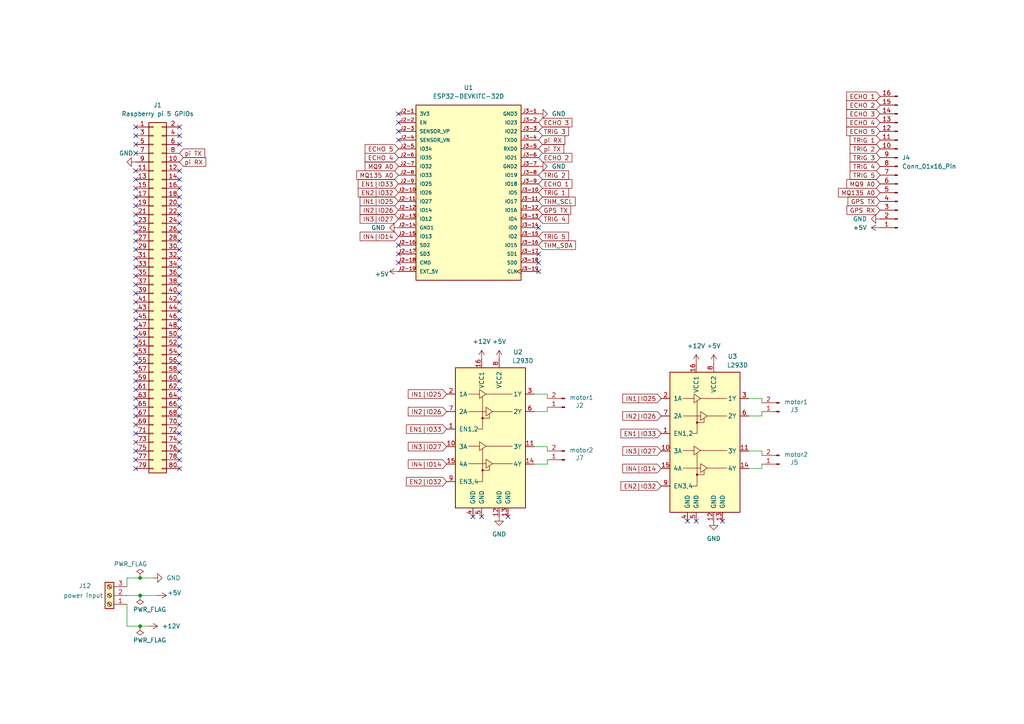
<source format=kicad_sch>
(kicad_sch (version 20250114) (generator "eeschema") (generator_version "9.0")
  (paper "A4")
  (lib_symbols
    (symbol "Connector:Conn_01x02_Pin" (pin_names (offset 1.016) (hide yes))
      (property "Reference" "J" (at 0 2.54 0))
      (property "Value" "Conn_01x02_Pin" (at 0 -5.08 0))
      (symbol "Conn_01x02_Pin_1_1"
        (rectangle (start 0.8636 0.127) (end 0 -0.127) (stroke (width 0.1524)) (fill (type outline)))
        (rectangle (start 0.8636 -2.413) (end 0 -2.667) (stroke (width 0.1524)) (fill (type outline)))
        (polyline (pts (xy 1.27 0) (xy 0.8636 0)) (stroke (width 0.1524)))
        (polyline (pts (xy 1.27 -2.54) (xy 0.8636 -2.54)) (stroke (width 0.1524)))
        (pin passive line (at 5.08 0 180) (length 3.81) (name "Pin_1") (number "1"))
        (pin passive line (at 5.08 -2.54 180) (length 3.81) (name "Pin_2") (number "2"))
      )
    )
    (symbol "Connector:Conn_01x16_Pin" (pin_names (offset 1.016) (hide yes))
      (property "Reference" "J" (at 0 20.32 0))
      (property "Value" "Conn_01x16_Pin" (at 0 -22.86 0))
      (symbol "Conn_01x16_Pin_1_1"
        (rectangle (start 0.8636 17.907) (end 0 17.653) (stroke (width 0.1524)) (fill (type outline)))
        (rectangle (start 0.8636 15.367) (end 0 15.113) (stroke (width 0.1524)) (fill (type outline)))
        (rectangle (start 0.8636 12.827) (end 0 12.573) (stroke (width 0.1524)) (fill (type outline)))
        (rectangle (start 0.8636 10.287) (end 0 10.033) (stroke (width 0.1524)) (fill (type outline)))
        (rectangle (start 0.8636 7.747) (end 0 7.493) (stroke (width 0.1524)) (fill (type outline)))
        (rectangle (start 0.8636 5.207) (end 0 4.953) (stroke (width 0.1524)) (fill (type outline)))
        (rectangle (start 0.8636 2.667) (end 0 2.413) (stroke (width 0.1524)) (fill (type outline)))
        (rectangle (start 0.8636 0.127) (end 0 -0.127) (stroke (width 0.1524)) (fill (type outline)))
        (rectangle (start 0.8636 -2.413) (end 0 -2.667) (stroke (width 0.1524)) (fill (type outline)))
        (rectangle (start 0.8636 -4.953) (end 0 -5.207) (stroke (width 0.1524)) (fill (type outline)))
        (rectangle (start 0.8636 -7.493) (end 0 -7.747) (stroke (width 0.1524)) (fill (type outline)))
        (rectangle (start 0.8636 -10.033) (end 0 -10.287) (stroke (width 0.1524)) (fill (type outline)))
        (rectangle (start 0.8636 -12.573) (end 0 -12.827) (stroke (width 0.1524)) (fill (type outline)))
        (rectangle (start 0.8636 -15.113) (end 0 -15.367) (stroke (width 0.1524)) (fill (type outline)))
        (rectangle (start 0.8636 -17.653) (end 0 -17.907) (stroke (width 0.1524)) (fill (type outline)))
        (rectangle (start 0.8636 -20.193) (end 0 -20.447) (stroke (width 0.1524)) (fill (type outline)))
        (polyline (pts (xy 1.27 17.78) (xy 0.8636 17.78)) (stroke (width 0.1524)))
        (polyline (pts (xy 1.27 15.24) (xy 0.8636 15.24)) (stroke (width 0.1524)))
        (polyline (pts (xy 1.27 12.7) (xy 0.8636 12.7)) (stroke (width 0.1524)))
        (polyline (pts (xy 1.27 10.16) (xy 0.8636 10.16)) (stroke (width 0.1524)))
        (polyline (pts (xy 1.27 7.62) (xy 0.8636 7.62)) (stroke (width 0.1524)))
        (polyline (pts (xy 1.27 5.08) (xy 0.8636 5.08)) (stroke (width 0.1524)))
        (polyline (pts (xy 1.27 2.54) (xy 0.8636 2.54)) (stroke (width 0.1524)))
        (polyline (pts (xy 1.27 0) (xy 0.8636 0)) (stroke (width 0.1524)))
        (polyline (pts (xy 1.27 -2.54) (xy 0.8636 -2.54)) (stroke (width 0.1524)))
        (polyline (pts (xy 1.27 -5.08) (xy 0.8636 -5.08)) (stroke (width 0.1524)))
        (polyline (pts (xy 1.27 -7.62) (xy 0.8636 -7.62)) (stroke (width 0.1524)))
        (polyline (pts (xy 1.27 -10.16) (xy 0.8636 -10.16)) (stroke (width 0.1524)))
        (polyline (pts (xy 1.27 -12.7) (xy 0.8636 -12.7)) (stroke (width 0.1524)))
        (polyline (pts (xy 1.27 -15.24) (xy 0.8636 -15.24)) (stroke (width 0.1524)))
        (polyline (pts (xy 1.27 -17.78) (xy 0.8636 -17.78)) (stroke (width 0.1524)))
        (polyline (pts (xy 1.27 -20.32) (xy 0.8636 -20.32)) (stroke (width 0.1524)))
        (pin passive line (at 5.08 17.78 180) (length 3.81) (name "Pin_1") (number "1"))
        (pin passive line (at 5.08 15.24 180) (length 3.81) (name "Pin_2") (number "2"))
        (pin passive line (at 5.08 12.7 180) (length 3.81) (name "Pin_3") (number "3"))
        (pin passive line (at 5.08 10.16 180) (length 3.81) (name "Pin_4") (number "4"))
        (pin passive line (at 5.08 7.62 180) (length 3.81) (name "Pin_5") (number "5"))
        (pin passive line (at 5.08 5.08 180) (length 3.81) (name "Pin_6") (number "6"))
        (pin passive line (at 5.08 2.54 180) (length 3.81) (name "Pin_7") (number "7"))
        (pin passive line (at 5.08 0 180) (length 3.81) (name "Pin_8") (number "8"))
        (pin passive line (at 5.08 -2.54 180) (length 3.81) (name "Pin_9") (number "9"))
        (pin passive line (at 5.08 -5.08 180) (length 3.81) (name "Pin_10") (number "10"))
        (pin passive line (at 5.08 -7.62 180) (length 3.81) (name "Pin_11") (number "11"))
        (pin passive line (at 5.08 -10.16 180) (length 3.81) (name "Pin_12") (number "12"))
        (pin passive line (at 5.08 -12.7 180) (length 3.81) (name "Pin_13") (number "13"))
        (pin passive line (at 5.08 -15.24 180) (length 3.81) (name "Pin_14") (number "14"))
        (pin passive line (at 5.08 -17.78 180) (length 3.81) (name "Pin_15") (number "15"))
        (pin passive line (at 5.08 -20.32 180) (length 3.81) (name "Pin_16") (number "16"))
      )
    )
    (symbol "Connector:Screw_Terminal_01x03" (pin_names (offset 1.016) (hide yes))
      (property "Reference" "J" (at 0 5.08 0))
      (property "Value" "Screw_Terminal_01x03" (at 0 -5.08 0))
      (symbol "Screw_Terminal_01x03_1_1"
        (rectangle (start -1.27 3.81) (end 1.27 -3.81) (stroke (width 0.254)) (fill (type background)))
        (polyline (pts (xy -0.5334 2.8702) (xy 0.3302 2.032)) (stroke (width 0.1524)))
        (polyline (pts (xy -0.5334 0.3302) (xy 0.3302 -0.508)) (stroke (width 0.1524)))
        (polyline (pts (xy -0.5334 -2.2098) (xy 0.3302 -3.048)) (stroke (width 0.1524)))
        (polyline (pts (xy -0.3556 3.048) (xy 0.508 2.2098)) (stroke (width 0.1524)))
        (polyline (pts (xy -0.3556 0.508) (xy 0.508 -0.3302)) (stroke (width 0.1524)))
        (polyline (pts (xy -0.3556 -2.032) (xy 0.508 -2.8702)) (stroke (width 0.1524)))
        (circle (center 0 2.54) (radius 0.635) (stroke (width 0.1524)))
        (circle (center 0 0) (radius 0.635) (stroke (width 0.1524)))
        (circle (center 0 -2.54) (radius 0.635) (stroke (width 0.1524)))
        (pin passive line (at -5.08 2.54 0) (length 3.81) (name "Pin_1") (number "1"))
        (pin passive line (at -5.08 0 0) (length 3.81) (name "Pin_2") (number "2"))
        (pin passive line (at -5.08 -2.54 0) (length 3.81) (name "Pin_3") (number "3"))
      )
    )
    (symbol "Connector_Generic:Conn_02x40_Odd_Even" (pin_names (offset 1.016) (hide yes))
      (property "Reference" "J" (at 1.27 50.8 0))
      (property "Value" "Conn_02x40_Odd_Even" (at 1.27 -53.34 0))
      (symbol "Conn_02x40_Odd_Even_1_1"
        (rectangle (start -1.27 49.53) (end 3.81 -52.07) (stroke (width 0.254)) (fill (type background)))
        (rectangle (start -1.27 48.387) (end 0 48.133) (stroke (width 0.1524)))
        (rectangle (start -1.27 45.847) (end 0 45.593) (stroke (width 0.1524)))
        (rectangle (start -1.27 43.307) (end 0 43.053) (stroke (width 0.1524)))
        (rectangle (start -1.27 40.767) (end 0 40.513) (stroke (width 0.1524)))
        (rectangle (start -1.27 38.227) (end 0 37.973) (stroke (width 0.1524)))
        (rectangle (start -1.27 35.687) (end 0 35.433) (stroke (width 0.1524)))
        (rectangle (start -1.27 33.147) (end 0 32.893) (stroke (width 0.1524)))
        (rectangle (start -1.27 30.607) (end 0 30.353) (stroke (width 0.1524)))
        (rectangle (start -1.27 28.067) (end 0 27.813) (stroke (width 0.1524)))
        (rectangle (start -1.27 25.527) (end 0 25.273) (stroke (width 0.1524)))
        (rectangle (start -1.27 22.987) (end 0 22.733) (stroke (width 0.1524)))
        (rectangle (start -1.27 20.447) (end 0 20.193) (stroke (width 0.1524)))
        (rectangle (start -1.27 17.907) (end 0 17.653) (stroke (width 0.1524)))
        (rectangle (start -1.27 15.367) (end 0 15.113) (stroke (width 0.1524)))
        (rectangle (start -1.27 12.827) (end 0 12.573) (stroke (width 0.1524)))
        (rectangle (start -1.27 10.287) (end 0 10.033) (stroke (width 0.1524)))
        (rectangle (start -1.27 7.747) (end 0 7.493) (stroke (width 0.1524)))
        (rectangle (start -1.27 5.207) (end 0 4.953) (stroke (width 0.1524)))
        (rectangle (start -1.27 2.667) (end 0 2.413) (stroke (width 0.1524)))
        (rectangle (start -1.27 0.127) (end 0 -0.127) (stroke (width 0.1524)))
        (rectangle (start -1.27 -2.413) (end 0 -2.667) (stroke (width 0.1524)))
        (rectangle (start -1.27 -4.953) (end 0 -5.207) (stroke (width 0.1524)))
        (rectangle (start -1.27 -7.493) (end 0 -7.747) (stroke (width 0.1524)))
        (rectangle (start -1.27 -10.033) (end 0 -10.287) (stroke (width 0.1524)))
        (rectangle (start -1.27 -12.573) (end 0 -12.827) (stroke (width 0.1524)))
        (rectangle (start -1.27 -15.113) (end 0 -15.367) (stroke (width 0.1524)))
        (rectangle (start -1.27 -17.653) (end 0 -17.907) (stroke (width 0.1524)))
        (rectangle (start -1.27 -20.193) (end 0 -20.447) (stroke (width 0.1524)))
        (rectangle (start -1.27 -22.733) (end 0 -22.987) (stroke (width 0.1524)))
        (rectangle (start -1.27 -25.273) (end 0 -25.527) (stroke (width 0.1524)))
        (rectangle (start -1.27 -27.813) (end 0 -28.067) (stroke (width 0.1524)))
        (rectangle (start -1.27 -30.353) (end 0 -30.607) (stroke (width 0.1524)))
        (rectangle (start -1.27 -32.893) (end 0 -33.147) (stroke (width 0.1524)))
        (rectangle (start -1.27 -35.433) (end 0 -35.687) (stroke (width 0.1524)))
        (rectangle (start -1.27 -37.973) (end 0 -38.227) (stroke (width 0.1524)))
        (rectangle (start -1.27 -40.513) (end 0 -40.767) (stroke (width 0.1524)))
        (rectangle (start -1.27 -43.053) (end 0 -43.307) (stroke (width 0.1524)))
        (rectangle (start -1.27 -45.593) (end 0 -45.847) (stroke (width 0.1524)))
        (rectangle (start -1.27 -48.133) (end 0 -48.387) (stroke (width 0.1524)))
        (rectangle (start -1.27 -50.673) (end 0 -50.927) (stroke (width 0.1524)))
        (rectangle (start 3.81 48.387) (end 2.54 48.133) (stroke (width 0.1524)))
        (rectangle (start 3.81 45.847) (end 2.54 45.593) (stroke (width 0.1524)))
        (rectangle (start 3.81 43.307) (end 2.54 43.053) (stroke (width 0.1524)))
        (rectangle (start 3.81 40.767) (end 2.54 40.513) (stroke (width 0.1524)))
        (rectangle (start 3.81 38.227) (end 2.54 37.973) (stroke (width 0.1524)))
        (rectangle (start 3.81 35.687) (end 2.54 35.433) (stroke (width 0.1524)))
        (rectangle (start 3.81 33.147) (end 2.54 32.893) (stroke (width 0.1524)))
        (rectangle (start 3.81 30.607) (end 2.54 30.353) (stroke (width 0.1524)))
        (rectangle (start 3.81 28.067) (end 2.54 27.813) (stroke (width 0.1524)))
        (rectangle (start 3.81 25.527) (end 2.54 25.273) (stroke (width 0.1524)))
        (rectangle (start 3.81 22.987) (end 2.54 22.733) (stroke (width 0.1524)))
        (rectangle (start 3.81 20.447) (end 2.54 20.193) (stroke (width 0.1524)))
        (rectangle (start 3.81 17.907) (end 2.54 17.653) (stroke (width 0.1524)))
        (rectangle (start 3.81 15.367) (end 2.54 15.113) (stroke (width 0.1524)))
        (rectangle (start 3.81 12.827) (end 2.54 12.573) (stroke (width 0.1524)))
        (rectangle (start 3.81 10.287) (end 2.54 10.033) (stroke (width 0.1524)))
        (rectangle (start 3.81 7.747) (end 2.54 7.493) (stroke (width 0.1524)))
        (rectangle (start 3.81 5.207) (end 2.54 4.953) (stroke (width 0.1524)))
        (rectangle (start 3.81 2.667) (end 2.54 2.413) (stroke (width 0.1524)))
        (rectangle (start 3.81 0.127) (end 2.54 -0.127) (stroke (width 0.1524)))
        (rectangle (start 3.81 -2.413) (end 2.54 -2.667) (stroke (width 0.1524)))
        (rectangle (start 3.81 -4.953) (end 2.54 -5.207) (stroke (width 0.1524)))
        (rectangle (start 3.81 -7.493) (end 2.54 -7.747) (stroke (width 0.1524)))
        (rectangle (start 3.81 -10.033) (end 2.54 -10.287) (stroke (width 0.1524)))
        (rectangle (start 3.81 -12.573) (end 2.54 -12.827) (stroke (width 0.1524)))
        (rectangle (start 3.81 -15.113) (end 2.54 -15.367) (stroke (width 0.1524)))
        (rectangle (start 3.81 -17.653) (end 2.54 -17.907) (stroke (width 0.1524)))
        (rectangle (start 3.81 -20.193) (end 2.54 -20.447) (stroke (width 0.1524)))
        (rectangle (start 3.81 -22.733) (end 2.54 -22.987) (stroke (width 0.1524)))
        (rectangle (start 3.81 -25.273) (end 2.54 -25.527) (stroke (width 0.1524)))
        (rectangle (start 3.81 -27.813) (end 2.54 -28.067) (stroke (width 0.1524)))
        (rectangle (start 3.81 -30.353) (end 2.54 -30.607) (stroke (width 0.1524)))
        (rectangle (start 3.81 -32.893) (end 2.54 -33.147) (stroke (width 0.1524)))
        (rectangle (start 3.81 -35.433) (end 2.54 -35.687) (stroke (width 0.1524)))
        (rectangle (start 3.81 -37.973) (end 2.54 -38.227) (stroke (width 0.1524)))
        (rectangle (start 3.81 -40.513) (end 2.54 -40.767) (stroke (width 0.1524)))
        (rectangle (start 3.81 -43.053) (end 2.54 -43.307) (stroke (width 0.1524)))
        (rectangle (start 3.81 -45.593) (end 2.54 -45.847) (stroke (width 0.1524)))
        (rectangle (start 3.81 -48.133) (end 2.54 -48.387) (stroke (width 0.1524)))
        (rectangle (start 3.81 -50.673) (end 2.54 -50.927) (stroke (width 0.1524)))
        (pin passive line (at -5.08 48.26 0) (length 3.81) (name "Pin_1") (number "1"))
        (pin passive line (at -5.08 45.72 0) (length 3.81) (name "Pin_3") (number "3"))
        (pin passive line (at -5.08 43.18 0) (length 3.81) (name "Pin_5") (number "5"))
        (pin passive line (at -5.08 40.64 0) (length 3.81) (name "Pin_7") (number "7"))
        (pin passive line (at -5.08 38.1 0) (length 3.81) (name "Pin_9") (number "9"))
        (pin passive line (at -5.08 35.56 0) (length 3.81) (name "Pin_11") (number "11"))
        (pin passive line (at -5.08 33.02 0) (length 3.81) (name "Pin_13") (number "13"))
        (pin passive line (at -5.08 30.48 0) (length 3.81) (name "Pin_15") (number "15"))
        (pin passive line (at -5.08 27.94 0) (length 3.81) (name "Pin_17") (number "17"))
        (pin passive line (at -5.08 25.4 0) (length 3.81) (name "Pin_19") (number "19"))
        (pin passive line (at -5.08 22.86 0) (length 3.81) (name "Pin_21") (number "21"))
        (pin passive line (at -5.08 20.32 0) (length 3.81) (name "Pin_23") (number "23"))
        (pin passive line (at -5.08 17.78 0) (length 3.81) (name "Pin_25") (number "25"))
        (pin passive line (at -5.08 15.24 0) (length 3.81) (name "Pin_27") (number "27"))
        (pin passive line (at -5.08 12.7 0) (length 3.81) (name "Pin_29") (number "29"))
        (pin passive line (at -5.08 10.16 0) (length 3.81) (name "Pin_31") (number "31"))
        (pin passive line (at -5.08 7.62 0) (length 3.81) (name "Pin_33") (number "33"))
        (pin passive line (at -5.08 5.08 0) (length 3.81) (name "Pin_35") (number "35"))
        (pin passive line (at -5.08 2.54 0) (length 3.81) (name "Pin_37") (number "37"))
        (pin passive line (at -5.08 0 0) (length 3.81) (name "Pin_39") (number "39"))
        (pin passive line (at -5.08 -2.54 0) (length 3.81) (name "Pin_41") (number "41"))
        (pin passive line (at -5.08 -5.08 0) (length 3.81) (name "Pin_43") (number "43"))
        (pin passive line (at -5.08 -7.62 0) (length 3.81) (name "Pin_45") (number "45"))
        (pin passive line (at -5.08 -10.16 0) (length 3.81) (name "Pin_47") (number "47"))
        (pin passive line (at -5.08 -12.7 0) (length 3.81) (name "Pin_49") (number "49"))
        (pin passive line (at -5.08 -15.24 0) (length 3.81) (name "Pin_51") (number "51"))
        (pin passive line (at -5.08 -17.78 0) (length 3.81) (name "Pin_53") (number "53"))
        (pin passive line (at -5.08 -20.32 0) (length 3.81) (name "Pin_55") (number "55"))
        (pin passive line (at -5.08 -22.86 0) (length 3.81) (name "Pin_57") (number "57"))
        (pin passive line (at -5.08 -25.4 0) (length 3.81) (name "Pin_59") (number "59"))
        (pin passive line (at -5.08 -27.94 0) (length 3.81) (name "Pin_61") (number "61"))
        (pin passive line (at -5.08 -30.48 0) (length 3.81) (name "Pin_63") (number "63"))
        (pin passive line (at -5.08 -33.02 0) (length 3.81) (name "Pin_65") (number "65"))
        (pin passive line (at -5.08 -35.56 0) (length 3.81) (name "Pin_67") (number "67"))
        (pin passive line (at -5.08 -38.1 0) (length 3.81) (name "Pin_69") (number "69"))
        (pin passive line (at -5.08 -40.64 0) (length 3.81) (name "Pin_71") (number "71"))
        (pin passive line (at -5.08 -43.18 0) (length 3.81) (name "Pin_73") (number "73"))
        (pin passive line (at -5.08 -45.72 0) (length 3.81) (name "Pin_75") (number "75"))
        (pin passive line (at -5.08 -48.26 0) (length 3.81) (name "Pin_77") (number "77"))
        (pin passive line (at -5.08 -50.8 0) (length 3.81) (name "Pin_79") (number "79"))
        (pin passive line (at 7.62 48.26 180) (length 3.81) (name "Pin_2") (number "2"))
        (pin passive line (at 7.62 45.72 180) (length 3.81) (name "Pin_4") (number "4"))
        (pin passive line (at 7.62 43.18 180) (length 3.81) (name "Pin_6") (number "6"))
        (pin passive line (at 7.62 40.64 180) (length 3.81) (name "Pin_8") (number "8"))
        (pin passive line (at 7.62 38.1 180) (length 3.81) (name "Pin_10") (number "10"))
        (pin passive line (at 7.62 35.56 180) (length 3.81) (name "Pin_12") (number "12"))
        (pin passive line (at 7.62 33.02 180) (length 3.81) (name "Pin_14") (number "14"))
        (pin passive line (at 7.62 30.48 180) (length 3.81) (name "Pin_16") (number "16"))
        (pin passive line (at 7.62 27.94 180) (length 3.81) (name "Pin_18") (number "18"))
        (pin passive line (at 7.62 25.4 180) (length 3.81) (name "Pin_20") (number "20"))
        (pin passive line (at 7.62 22.86 180) (length 3.81) (name "Pin_22") (number "22"))
        (pin passive line (at 7.62 20.32 180) (length 3.81) (name "Pin_24") (number "24"))
        (pin passive line (at 7.62 17.78 180) (length 3.81) (name "Pin_26") (number "26"))
        (pin passive line (at 7.62 15.24 180) (length 3.81) (name "Pin_28") (number "28"))
        (pin passive line (at 7.62 12.7 180) (length 3.81) (name "Pin_30") (number "30"))
        (pin passive line (at 7.62 10.16 180) (length 3.81) (name "Pin_32") (number "32"))
        (pin passive line (at 7.62 7.62 180) (length 3.81) (name "Pin_34") (number "34"))
        (pin passive line (at 7.62 5.08 180) (length 3.81) (name "Pin_36") (number "36"))
        (pin passive line (at 7.62 2.54 180) (length 3.81) (name "Pin_38") (number "38"))
        (pin passive line (at 7.62 0 180) (length 3.81) (name "Pin_40") (number "40"))
        (pin passive line (at 7.62 -2.54 180) (length 3.81) (name "Pin_42") (number "42"))
        (pin passive line (at 7.62 -5.08 180) (length 3.81) (name "Pin_44") (number "44"))
        (pin passive line (at 7.62 -7.62 180) (length 3.81) (name "Pin_46") (number "46"))
        (pin passive line (at 7.62 -10.16 180) (length 3.81) (name "Pin_48") (number "48"))
        (pin passive line (at 7.62 -12.7 180) (length 3.81) (name "Pin_50") (number "50"))
        (pin passive line (at 7.62 -15.24 180) (length 3.81) (name "Pin_52") (number "52"))
        (pin passive line (at 7.62 -17.78 180) (length 3.81) (name "Pin_54") (number "54"))
        (pin passive line (at 7.62 -20.32 180) (length 3.81) (name "Pin_56") (number "56"))
        (pin passive line (at 7.62 -22.86 180) (length 3.81) (name "Pin_58") (number "58"))
        (pin passive line (at 7.62 -25.4 180) (length 3.81) (name "Pin_60") (number "60"))
        (pin passive line (at 7.62 -27.94 180) (length 3.81) (name "Pin_62") (number "62"))
        (pin passive line (at 7.62 -30.48 180) (length 3.81) (name "Pin_64") (number "64"))
        (pin passive line (at 7.62 -33.02 180) (length 3.81) (name "Pin_66") (number "66"))
        (pin passive line (at 7.62 -35.56 180) (length 3.81) (name "Pin_68") (number "68"))
        (pin passive line (at 7.62 -38.1 180) (length 3.81) (name "Pin_70") (number "70"))
        (pin passive line (at 7.62 -40.64 180) (length 3.81) (name "Pin_72") (number "72"))
        (pin passive line (at 7.62 -43.18 180) (length 3.81) (name "Pin_74") (number "74"))
        (pin passive line (at 7.62 -45.72 180) (length 3.81) (name "Pin_76") (number "76"))
        (pin passive line (at 7.62 -48.26 180) (length 3.81) (name "Pin_78") (number "78"))
        (pin passive line (at 7.62 -50.8 180) (length 3.81) (name "Pin_80") (number "80"))
      )
    )
    (symbol "Driver_Motor:L293D" (pin_names (offset 1.016))
      (property "Reference" "U" (at -5.08 26.035 0))
      (property "Value" "L293D" (at -5.08 24.13 0))
      (symbol "L293D_0_1"
        (rectangle (start -10.16 22.86) (end 10.16 -17.78) (stroke (width 0.254)) (fill (type background)))
        (polyline (pts (xy -6.35 15.24) (xy -3.175 15.24)))
        (polyline (pts (xy -6.35 10.16) (xy -1.27 10.16)))
        (polyline (pts (xy -6.35 0.127) (xy -3.175 0.127)))
        (polyline (pts (xy -6.35 -4.953) (xy -1.27 -4.953)))
        (polyline (pts (xy -3.175 16.51) (xy -3.175 13.97) (xy -1.27 15.24) (xy -3.175 16.51)))
        (polyline (pts (xy -3.175 1.397) (xy -3.175 -1.143) (xy -1.27 0.127) (xy -3.175 1.397)))
        (polyline (pts (xy -2.286 14.478) (xy -2.286 5.08) (xy -3.556 5.08)))
        (circle (center -2.286 8.255) (radius 0.254) (fill (type outline)))
        (polyline (pts (xy -2.286 8.255) (xy -0.254 8.255) (xy -0.254 9.525)))
        (polyline (pts (xy -2.286 -0.635) (xy -2.286 -10.16) (xy -3.556 -10.16)))
        (circle (center -2.286 -6.858) (radius 0.254) (fill (type outline)))
        (polyline (pts (xy -2.286 -6.858) (xy -0.254 -6.858) (xy -0.254 -5.588)))
        (polyline (pts (xy -1.27 15.24) (xy 6.35 15.24)))
        (polyline (pts (xy -1.27 11.43) (xy -1.27 8.89) (xy 0.635 10.16) (xy -1.27 11.43)))
        (polyline (pts (xy -1.27 0.127) (xy 6.35 0.127)))
        (polyline (pts (xy -1.27 -3.683) (xy -1.27 -6.223) (xy 0.635 -4.953) (xy -1.27 -3.683)))
        (polyline (pts (xy 0.635 10.16) (xy 6.35 10.16)))
        (polyline (pts (xy 0.635 -4.953) (xy 6.35 -4.953)))
      )
      (symbol "L293D_1_1"
        (pin input line (at -12.7 15.24 0) (length 2.54) (name "1A") (number "2"))
        (pin input line (at -12.7 10.16 0) (length 2.54) (name "2A") (number "7"))
        (pin input line (at -12.7 5.08 0) (length 2.54) (name "EN1,2") (number "1"))
        (pin input line (at -12.7 0 0) (length 2.54) (name "3A") (number "10"))
        (pin input line (at -12.7 -5.08 0) (length 2.54) (name "4A") (number "15"))
        (pin input line (at -12.7 -10.16 0) (length 2.54) (name "EN3,4") (number "9"))
        (pin power_in line (at -5.08 -20.32 90) (length 2.54) (name "GND") (number "4"))
        (pin power_in line (at -2.54 25.4 270) (length 2.54) (name "VCC1") (number "16"))
        (pin power_in line (at -2.54 -20.32 90) (length 2.54) (name "GND") (number "5"))
        (pin power_in line (at 2.54 25.4 270) (length 2.54) (name "VCC2") (number "8"))
        (pin power_in line (at 2.54 -20.32 90) (length 2.54) (name "GND") (number "12"))
        (pin power_in line (at 5.08 -20.32 90) (length 2.54) (name "GND") (number "13"))
        (pin output line (at 12.7 15.24 180) (length 2.54) (name "1Y") (number "3"))
        (pin output line (at 12.7 10.16 180) (length 2.54) (name "2Y") (number "6"))
        (pin output line (at 12.7 0 180) (length 2.54) (name "3Y") (number "11"))
        (pin output line (at 12.7 -5.08 180) (length 2.54) (name "4Y") (number "14"))
      )
    )
    (symbol "ESP32-DEVKITC-32D:ESP32-DEVKITC-32D" (pin_names (offset 1.016))
      (property "Reference" "U" (at -15.2572 26.0643 0))
      (property "Value" "ESP32-DEVKITC-32D" (at -15.2563 -27.9698 0))
      (symbol "ESP32-DEVKITC-32D_0_0"
        (rectangle (start -15.24 -25.4) (end 15.24 25.4) (stroke (width 0.254)) (fill (type background)))
        (pin power_in line (at -20.32 22.86 0) (length 5.08) (name "3V3") (number "J2-1"))
        (pin input line (at -20.32 20.32 0) (length 5.08) (name "EN") (number "J2-2"))
        (pin input line (at -20.32 17.78 0) (length 5.08) (name "SENSOR_VP") (number "J2-3"))
        (pin input line (at -20.32 15.24 0) (length 5.08) (name "SENSOR_VN") (number "J2-4"))
        (pin bidirectional line (at -20.32 12.7 0) (length 5.08) (name "IO34") (number "J2-5"))
        (pin bidirectional line (at -20.32 10.16 0) (length 5.08) (name "IO35") (number "J2-6"))
        (pin bidirectional line (at -20.32 7.62 0) (length 5.08) (name "IO32") (number "J2-7"))
        (pin bidirectional line (at -20.32 5.08 0) (length 5.08) (name "IO33") (number "J2-8"))
        (pin bidirectional line (at -20.32 2.54 0) (length 5.08) (name "IO25") (number "J2-9"))
        (pin bidirectional line (at -20.32 0 0) (length 5.08) (name "IO26") (number "J2-10"))
        (pin bidirectional line (at -20.32 -2.54 0) (length 5.08) (name "IO27") (number "J2-11"))
        (pin bidirectional line (at -20.32 -5.08 0) (length 5.08) (name "IO14") (number "J2-12"))
        (pin bidirectional line (at -20.32 -7.62 0) (length 5.08) (name "IO12") (number "J2-13"))
        (pin power_in line (at -20.32 -10.16 0) (length 5.08) (name "GND1") (number "J2-14"))
        (pin bidirectional line (at -20.32 -12.7 0) (length 5.08) (name "IO13") (number "J2-15"))
        (pin bidirectional line (at -20.32 -15.24 0) (length 5.08) (name "SD2") (number "J2-16"))
        (pin bidirectional line (at -20.32 -17.78 0) (length 5.08) (name "SD3") (number "J2-17"))
        (pin bidirectional line (at -20.32 -20.32 0) (length 5.08) (name "CMD") (number "J2-18"))
        (pin power_in line (at -20.32 -22.86 0) (length 5.08) (name "EXT_5V") (number "J2-19"))
        (pin power_in line (at 20.32 22.86 180) (length 5.08) (name "GND3") (number "J3-1"))
        (pin bidirectional line (at 20.32 20.32 180) (length 5.08) (name "IO23") (number "J3-2"))
        (pin bidirectional line (at 20.32 17.78 180) (length 5.08) (name "IO22") (number "J3-3"))
        (pin output line (at 20.32 15.24 180) (length 5.08) (name "TXD0") (number "J3-4"))
        (pin input line (at 20.32 12.7 180) (length 5.08) (name "RXD0") (number "J3-5"))
        (pin bidirectional line (at 20.32 10.16 180) (length 5.08) (name "IO21") (number "J3-6"))
        (pin power_in line (at 20.32 7.62 180) (length 5.08) (name "GND2") (number "J3-7"))
        (pin bidirectional line (at 20.32 5.08 180) (length 5.08) (name "IO19") (number "J3-8"))
        (pin bidirectional line (at 20.32 2.54 180) (length 5.08) (name "IO18") (number "J3-9"))
        (pin bidirectional line (at 20.32 0 180) (length 5.08) (name "IO5") (number "J3-10"))
        (pin bidirectional line (at 20.32 -2.54 180) (length 5.08) (name "IO17") (number "J3-11"))
        (pin bidirectional line (at 20.32 -5.08 180) (length 5.08) (name "IO16") (number "J3-12"))
        (pin bidirectional line (at 20.32 -7.62 180) (length 5.08) (name "IO4") (number "J3-13"))
        (pin bidirectional line (at 20.32 -10.16 180) (length 5.08) (name "IO0") (number "J3-14"))
        (pin bidirectional line (at 20.32 -12.7 180) (length 5.08) (name "IO2") (number "J3-15"))
        (pin bidirectional line (at 20.32 -15.24 180) (length 5.08) (name "IO15") (number "J3-16"))
        (pin bidirectional line (at 20.32 -17.78 180) (length 5.08) (name "SD1") (number "J3-17"))
        (pin bidirectional line (at 20.32 -20.32 180) (length 5.08) (name "SD0") (number "J3-18"))
        (pin input clock (at 20.32 -22.86 180) (length 5.08) (name "CLK") (number "J3-19"))
      )
    )
    (symbol "power:+12V" (power) (pin_numbers (hide yes)) (pin_names (offset 0) (hide yes))
      (property "Value" "+12V" (at 0 3.556 0))
      (symbol "+12V_0_1"
        (polyline (pts (xy -0.762 1.27) (xy 0 2.54)))
        (polyline (pts (xy 0 2.54) (xy 0.762 1.27)))
        (polyline (pts (xy 0 0) (xy 0 2.54)))
      )
      (symbol "+12V_1_1"
        (pin power_in line (at 0 0 90) (length 0) (name "~") (number "1"))
      )
    )
    (symbol "power:+5V" (power) (pin_numbers (hide yes)) (pin_names (offset 0) (hide yes))
      (property "Value" "+5V" (at 0 3.556 0))
      (symbol "+5V_0_1"
        (polyline (pts (xy -0.762 1.27) (xy 0 2.54)))
        (polyline (pts (xy 0 2.54) (xy 0.762 1.27)))
        (polyline (pts (xy 0 0) (xy 0 2.54)))
      )
      (symbol "+5V_1_1"
        (pin power_in line (at 0 0 90) (length 0) (name "~") (number "1"))
      )
    )
    (symbol "power:GND" (power) (pin_numbers (hide yes)) (pin_names (offset 0) (hide yes))
      (property "Value" "GND" (at 0 -3.81 0))
      (symbol "GND_0_1"
        (polyline (pts (xy 0 0) (xy 0 -1.27) (xy 1.27 -1.27) (xy 0 -2.54) (xy -1.27 -1.27) (xy 0 -1.27)))
      )
      (symbol "GND_1_1"
        (pin power_in line (at 0 0 270) (length 0) (name "~") (number "1"))
      )
    )
    (symbol "power:PWR_FLAG" (power) (pin_numbers (hide yes)) (pin_names (offset 0) (hide yes))
      (property "Value" "PWR_FLAG" (at 0 3.81 0))
      (symbol "PWR_FLAG_0_0"
        (pin power_out line (at 0 0 90) (length 0) (name "~") (number "1"))
      )
      (symbol "PWR_FLAG_0_1"
        (polyline (pts (xy 0 0) (xy 0 1.27) (xy -1.016 1.905) (xy 0 2.54) (xy 1.016 1.905) (xy 0 1.27)))
      )
    )
  )
  (junction (at 40.64 172.72))
  (junction (at 40.64 181.61))
  (junction (at 40.64 167.64))
  (no_connect (at 39.37 97.79))
  (no_connect (at 52.07 87.63))
  (no_connect (at 39.37 54.61))
  (no_connect (at 39.37 123.19))
  (no_connect (at 156.21 66.04))
  (no_connect (at 52.07 77.47))
  (no_connect (at 52.07 90.17))
  (no_connect (at 115.57 35.56))
  (no_connect (at 39.37 87.63))
  (no_connect (at 39.37 64.77))
  (no_connect (at 52.07 128.27))
  (no_connect (at 115.57 38.1))
  (no_connect (at 39.37 105.41))
  (no_connect (at 52.07 97.79))
  (no_connect (at 39.37 133.35))
  (no_connect (at 52.07 54.61))
  (no_connect (at 39.37 125.73))
  (no_connect (at 39.37 57.15))
  (no_connect (at 39.37 115.57))
  (no_connect (at 39.37 90.17))
  (no_connect (at 156.21 76.2))
  (no_connect (at 139.7 149.86))
  (no_connect (at 39.37 113.03))
  (no_connect (at 39.37 74.93))
  (no_connect (at 39.37 80.01))
  (no_connect (at 52.07 52.07))
  (no_connect (at 52.07 92.71))
  (no_connect (at 52.07 57.15))
  (no_connect (at 39.37 52.07))
  (no_connect (at 115.57 33.02))
  (no_connect (at 147.32 149.86))
  (no_connect (at 39.37 59.69))
  (no_connect (at 52.07 100.33))
  (no_connect (at 52.07 113.03))
  (no_connect (at 52.07 69.85))
  (no_connect (at 52.07 105.41))
  (no_connect (at 52.07 120.65))
  (no_connect (at 39.37 82.55))
  (no_connect (at 52.07 107.95))
  (no_connect (at 39.37 120.65))
  (no_connect (at 39.37 102.87))
  (no_connect (at 39.37 72.39))
  (no_connect (at 39.37 107.95))
  (no_connect (at 52.07 74.93))
  (no_connect (at 52.07 118.11))
  (no_connect (at 52.07 102.87))
  (no_connect (at 137.16 149.86))
  (no_connect (at 52.07 67.31))
  (no_connect (at 39.37 77.47))
  (no_connect (at 39.37 128.27))
  (no_connect (at 52.07 59.69))
  (no_connect (at 52.07 85.09))
  (no_connect (at 39.37 100.33))
  (no_connect (at 52.07 125.73))
  (no_connect (at 39.37 110.49))
  (no_connect (at 52.07 82.55))
  (no_connect (at 52.07 130.81))
  (no_connect (at 39.37 69.85))
  (no_connect (at 39.37 85.09))
  (no_connect (at 39.37 62.23))
  (no_connect (at 156.21 73.66))
  (no_connect (at 52.07 95.25))
  (no_connect (at 115.57 73.66))
  (no_connect (at 39.37 130.81))
  (no_connect (at 115.57 71.12))
  (no_connect (at 52.07 110.49))
  (no_connect (at 52.07 123.19))
  (no_connect (at 39.37 118.11))
  (no_connect (at 52.07 39.37))
  (no_connect (at 199.39 151.13))
  (no_connect (at 39.37 36.83))
  (no_connect (at 52.07 135.89))
  (no_connect (at 156.21 78.74))
  (no_connect (at 52.07 115.57))
  (no_connect (at 39.37 44.45))
  (no_connect (at 52.07 133.35))
  (no_connect (at 52.07 80.01))
  (no_connect (at 39.37 95.25))
  (no_connect (at 52.07 72.39))
  (no_connect (at 115.57 76.2))
  (no_connect (at 39.37 41.91))
  (no_connect (at 39.37 92.71))
  (no_connect (at 52.07 41.91))
  (no_connect (at 39.37 49.53))
  (no_connect (at 52.07 62.23))
  (no_connect (at 115.57 40.64))
  (no_connect (at 209.55 151.13))
  (no_connect (at 52.07 49.53))
  (no_connect (at 52.07 64.77))
  (no_connect (at 201.93 151.13))
  (no_connect (at 39.37 39.37))
  (no_connect (at 52.07 36.83))
  (no_connect (at 39.37 135.89))
  (no_connect (at 39.37 67.31))
  (wire (pts (xy 158.75 119.38) (xy 158.75 118.11)))
  (wire (pts (xy 40.64 181.61) (xy 43.18 181.61)))
  (wire (pts (xy 158.75 134.62) (xy 158.75 133.35)))
  (wire (pts (xy 40.64 167.64) (xy 44.45 167.64)))
  (wire (pts (xy 154.94 119.38) (xy 158.75 119.38)))
  (wire (pts (xy 36.83 181.61) (xy 40.64 181.61)))
  (wire (pts (xy 36.83 175.26) (xy 36.83 181.61)))
  (wire (pts (xy 217.17 130.81) (xy 220.98 130.81)))
  (wire (pts (xy 217.17 120.65) (xy 220.98 120.65)))
  (wire (pts (xy 36.83 167.64) (xy 40.64 167.64)))
  (wire (pts (xy 154.94 134.62) (xy 158.75 134.62)))
  (wire (pts (xy 220.98 120.65) (xy 220.98 119.38)))
  (wire (pts (xy 217.17 135.89) (xy 220.98 135.89)))
  (wire (pts (xy 36.83 167.64) (xy 36.83 170.18)))
  (wire (pts (xy 36.83 172.72) (xy 40.64 172.72)))
  (wire (pts (xy 220.98 130.81) (xy 220.98 132.08)))
  (wire (pts (xy 217.17 115.57) (xy 220.98 115.57)))
  (wire (pts (xy 220.98 135.89) (xy 220.98 134.62)))
  (wire (pts (xy 154.94 129.54) (xy 158.75 129.54)))
  (wire (pts (xy 154.94 114.3) (xy 158.75 114.3)))
  (wire (pts (xy 40.64 172.72) (xy 45.72 172.72)))
  (wire (pts (xy 158.75 114.3) (xy 158.75 115.57)))
  (wire (pts (xy 220.98 115.57) (xy 220.98 116.84)))
  (wire (pts (xy 158.75 129.54) (xy 158.75 130.81)))
  (global_label "TRIG 4" (shape input) (at 255.27 48.26 180) (property "Intersheetrefs" "${INTERSHEET_REFS}" (effects (hide yes))))
  (global_label "GPS TX" (shape input) (at 156.21 60.96 0) (property "Intersheetrefs" "${INTERSHEET_REFS}" (effects (hide yes))))
  (global_label "EN2|IO32" (shape input) (at 129.54 139.7 180) (property "Intersheetrefs" "${INTERSHEET_REFS}" (effects (hide yes))))
  (global_label "MQ9 A0" (shape input) (at 115.57 48.26 180) (property "Intersheetrefs" "${INTERSHEET_REFS}" (effects (hide yes))))
  (global_label "MQ135 A0" (shape input) (at 255.27 55.88 180) (property "Intersheetrefs" "${INTERSHEET_REFS}" (effects (hide yes))))
  (global_label "EN1|IO33" (shape input) (at 129.54 124.46 180) (property "Intersheetrefs" "${INTERSHEET_REFS}" (effects (hide yes))))
  (global_label "MQ135 A0" (shape input) (at 115.57 50.8 180) (property "Intersheetrefs" "${INTERSHEET_REFS}" (effects (hide yes))))
  (global_label "ECHO 5" (shape input) (at 255.27 38.1 180) (property "Intersheetrefs" "${INTERSHEET_REFS}" (effects (hide yes))))
  (global_label "IN1|IO25" (shape input) (at 129.54 114.3 180) (property "Intersheetrefs" "${INTERSHEET_REFS}" (effects (hide yes))))
  (global_label "EN2|IO32" (shape input) (at 115.57 55.88 180) (property "Intersheetrefs" "${INTERSHEET_REFS}" (effects (hide yes))))
  (global_label "TRIG 1" (shape input) (at 255.27 40.64 180) (property "Intersheetrefs" "${INTERSHEET_REFS}" (effects (hide yes))))
  (global_label "ECHO 3" (shape input) (at 156.21 35.56 0) (property "Intersheetrefs" "${INTERSHEET_REFS}" (effects (hide yes))))
  (global_label "IN3|IO27" (shape input) (at 191.77 130.81 180) (property "Intersheetrefs" "${INTERSHEET_REFS}" (effects (hide yes))))
  (global_label "pi RX" (shape input) (at 156.21 40.64 0) (property "Intersheetrefs" "${INTERSHEET_REFS}" (effects (hide yes))))
  (global_label "EN1|IO33" (shape input) (at 191.77 125.73 180) (property "Intersheetrefs" "${INTERSHEET_REFS}" (effects (hide yes))))
  (global_label "IN1|IO25" (shape input) (at 191.77 115.57 180) (property "Intersheetrefs" "${INTERSHEET_REFS}" (effects (hide yes))))
  (global_label "TRIG 4" (shape input) (at 156.21 63.5 0) (property "Intersheetrefs" "${INTERSHEET_REFS}" (effects (hide yes))))
  (global_label "TRIG 1" (shape input) (at 156.21 55.88 0) (property "Intersheetrefs" "${INTERSHEET_REFS}" (effects (hide yes))))
  (global_label "THM_SCL" (shape input) (at 156.21 58.42 0) (property "Intersheetrefs" "${INTERSHEET_REFS}" (effects (hide yes))))
  (global_label "IN4|IO14" (shape input) (at 129.54 134.62 180) (property "Intersheetrefs" "${INTERSHEET_REFS}" (effects (hide yes))))
  (global_label "IN3|IO27" (shape input) (at 129.54 129.54 180) (property "Intersheetrefs" "${INTERSHEET_REFS}" (effects (hide yes))))
  (global_label "ECHO 1" (shape input) (at 156.21 53.34 0) (property "Intersheetrefs" "${INTERSHEET_REFS}" (effects (hide yes))))
  (global_label "IN4|IO14" (shape input) (at 191.77 135.89 180) (property "Intersheetrefs" "${INTERSHEET_REFS}" (effects (hide yes))))
  (global_label "ECHO 5" (shape input) (at 115.57 43.18 180) (property "Intersheetrefs" "${INTERSHEET_REFS}" (effects (hide yes))))
  (global_label "TRIG 3" (shape input) (at 255.27 45.72 180) (property "Intersheetrefs" "${INTERSHEET_REFS}" (effects (hide yes))))
  (global_label "MQ9 A0" (shape input) (at 255.27 53.34 180) (property "Intersheetrefs" "${INTERSHEET_REFS}" (effects (hide yes))))
  (global_label "TRIG 3" (shape input) (at 156.21 38.1 0) (property "Intersheetrefs" "${INTERSHEET_REFS}" (effects (hide yes))))
  (global_label "ECHO 2" (shape input) (at 156.21 45.72 0) (property "Intersheetrefs" "${INTERSHEET_REFS}" (effects (hide yes))))
  (global_label "TRIG 2" (shape input) (at 255.27 43.18 180) (property "Intersheetrefs" "${INTERSHEET_REFS}" (effects (hide yes))))
  (global_label "IN1|IO25" (shape input) (at 115.57 58.42 180) (property "Intersheetrefs" "${INTERSHEET_REFS}" (effects (hide yes))))
  (global_label "TRIG 2" (shape input) (at 156.21 50.8 0) (property "Intersheetrefs" "${INTERSHEET_REFS}" (effects (hide yes))))
  (global_label "IN2|IO26" (shape input) (at 115.57 60.96 180) (property "Intersheetrefs" "${INTERSHEET_REFS}" (effects (hide yes))))
  (global_label "ECHO 1" (shape input) (at 255.27 27.94 180) (property "Intersheetrefs" "${INTERSHEET_REFS}" (effects (hide yes))))
  (global_label "pi RX" (shape input) (at 52.07 46.99 0) (property "Intersheetrefs" "${INTERSHEET_REFS}" (effects (hide yes))))
  (global_label "GPS RX" (shape input) (at 255.27 60.96 180) (property "Intersheetrefs" "${INTERSHEET_REFS}" (effects (hide yes))))
  (global_label "ECHO 4" (shape input) (at 115.57 45.72 180) (property "Intersheetrefs" "${INTERSHEET_REFS}" (effects (hide yes))))
  (global_label "EN2|IO32" (shape input) (at 191.77 140.97 180) (property "Intersheetrefs" "${INTERSHEET_REFS}" (effects (hide yes))))
  (global_label "pi TX" (shape input) (at 52.07 44.45 0) (property "Intersheetrefs" "${INTERSHEET_REFS}" (effects (hide yes))))
  (global_label "pi TX" (shape input) (at 156.21 43.18 0) (property "Intersheetrefs" "${INTERSHEET_REFS}" (effects (hide yes))))
  (global_label "IN2|IO26" (shape input) (at 191.77 120.65 180) (property "Intersheetrefs" "${INTERSHEET_REFS}" (effects (hide yes))))
  (global_label "ECHO 4" (shape input) (at 255.27 35.56 180) (property "Intersheetrefs" "${INTERSHEET_REFS}" (effects (hide yes))))
  (global_label "IN3|IO27" (shape input) (at 115.57 63.5 180) (property "Intersheetrefs" "${INTERSHEET_REFS}" (effects (hide yes))))
  (global_label "ECHO 2" (shape input) (at 255.27 30.48 180) (property "Intersheetrefs" "${INTERSHEET_REFS}" (effects (hide yes))))
  (global_label "ECHO 3" (shape input) (at 255.27 33.02 180) (property "Intersheetrefs" "${INTERSHEET_REFS}" (effects (hide yes))))
  (global_label "IN4|IO14" (shape input) (at 115.57 68.58 180) (property "Intersheetrefs" "${INTERSHEET_REFS}" (effects (hide yes))))
  (global_label "TRIG 5" (shape input) (at 255.27 50.8 180) (property "Intersheetrefs" "${INTERSHEET_REFS}" (effects (hide yes))))
  (global_label "TRIG 5" (shape input) (at 156.21 68.58 0) (property "Intersheetrefs" "${INTERSHEET_REFS}" (effects (hide yes))))
  (global_label "THM_SDA" (shape input) (at 156.21 71.12 0) (property "Intersheetrefs" "${INTERSHEET_REFS}" (effects (hide yes))))
  (global_label "IN2|IO26" (shape input) (at 129.54 119.38 180) (property "Intersheetrefs" "${INTERSHEET_REFS}" (effects (hide yes))))
  (global_label "EN1|IO33" (shape input) (at 115.57 53.34 180) (property "Intersheetrefs" "${INTERSHEET_REFS}" (effects (hide yes))))
  (global_label "GPS TX" (shape input) (at 255.27 58.42 180) (property "Intersheetrefs" "${INTERSHEET_REFS}" (effects (hide yes))))
  (symbol (lib_id "power:PWR_FLAG") (at 40.64 172.72 180) (unit 1)
    (property "Reference" "#FLG01" (effects (hide yes)))
    (property "Value" "PWR_FLAG" (at 38.608 176.784 0) (effects (justify right)))
    (property "Description" "Special symbol for telling ERC where power comes from" (effects (hide yes)))
  )
  (symbol (lib_id "power:+5V") (at 207.01 105.41 0) (unit 1)
    (property "Reference" "#PWR010" (effects (hide yes)))
    (property "Value" "+5V" (at 207.01 100.33 0))
    (property "Description" "Power symbol creates a global label with name \"+5V\"" (effects (hide yes)))
  )
  (symbol (lib_id "power:+12V") (at 43.18 181.61 270) (unit 1)
    (property "Reference" "#PWR036" (effects (hide yes)))
    (property "Value" "+12V" (at 46.99 181.6099 90) (effects (justify left)))
    (property "Description" "Power symbol creates a global label with name \"+12V\"" (effects (hide yes)))
  )
  (symbol (lib_id "power:GND") (at 39.37 46.99 270) (unit 1)
    (property "Reference" "#PWR02" (effects (hide yes)))
    (property "Value" "GND" (at 36.576 44.45 90))
    (property "Description" "Power symbol creates a global label with name \"GND\" , ground" (effects (hide yes)))
  )
  (symbol (lib_id "Connector:Conn_01x16_Pin") (at 260.35 48.26 180) (unit 1)
    (property "Reference" "J4" (at 261.62 45.7199 0) (effects (justify right)))
    (property "Value" "Conn_01x16_Pin" (at 261.62 48.2599 0) (effects (justify right)))
    (property "Footprint" "Connector_PinHeader_2.54mm:PinHeader_1x16_P2.54mm_Vertical" (effects (hide yes)))
    (property "Description" "Generic connector, single row, 01x16, script generated" (effects (hide yes)))
  )
  (symbol (lib_id "power:+5V") (at 255.27 66.04 90) (unit 1)
    (property "Reference" "#PWR08" (effects (hide yes)))
    (property "Value" "+5V" (at 251.46 66.0399 90) (effects (justify left)))
    (property "Description" "Power symbol creates a global label with name \"+5V\"" (effects (hide yes)))
  )
  (symbol (lib_id "power:+12V") (at 139.7 104.14 0) (unit 1)
    (property "Reference" "#PWR05" (effects (hide yes)))
    (property "Value" "+12V" (at 139.7 99.06 0))
    (property "Description" "Power symbol creates a global label with name \"+12V\"" (effects (hide yes)))
  )
  (symbol (lib_id "power:GND") (at 156.21 33.02 90) (unit 1)
    (property "Reference" "#PWR01" (effects (hide yes)))
    (property "Value" "GND" (at 160.02 33.0199 90) (effects (justify right)))
    (property "Description" "Power symbol creates a global label with name \"GND\" , ground" (effects (hide yes)))
  )
  (symbol (lib_id "power:+5V") (at 45.72 172.72 270) (unit 1)
    (property "Reference" "#PWR035" (effects (hide yes)))
    (property "Value" "+5V" (at 48.514 171.958 90) (effects (justify left)))
    (property "Description" "Power symbol creates a global label with name \"+5V\"" (effects (hide yes)))
  )
  (symbol (lib_id "Connector_Generic:Conn_02x40_Odd_Even") (at 44.45 85.09 0) (unit 1)
    (property "Reference" "J1" (at 45.72 30.48 0))
    (property "Value" "Raspberry pi 5 GPIOs" (at 45.72 33.02 0))
    (property "Footprint" "Connector_PinHeader_2.54mm:PinHeader_2x20_P2.54mm_Vertical" (effects (hide yes)))
    (property "Description" "Generic connector, double row, 02x40, odd/even pin numbering scheme (row 1 odd numbers, row 2 even numbers), script generated (kicad-library-utils/schlib/autogen/connector/)" (effects (hide yes)))
  )
  (symbol (lib_id "power:+12V") (at 201.93 105.41 0) (unit 1)
    (property "Reference" "#PWR09" (effects (hide yes)))
    (property "Value" "+12V" (at 201.93 100.33 0))
    (property "Description" "Power symbol creates a global label with name \"+12V\"" (effects (hide yes)))
  )
  (symbol (lib_id "Connector:Conn_01x02_Pin") (at 163.83 118.11 180) (unit 1)
    (property "Reference" "J2" (at 168.148 117.602 0))
    (property "Value" "motor1" (at 168.656 115.316 0))
    (property "Footprint" "Connector_PinHeader_2.54mm:PinHeader_1x02_P2.54mm_Vertical" (effects (hide yes)))
    (property "Description" "Generic connector, single row, 01x02, script generated" (effects (hide yes)))
  )
  (symbol (lib_id "power:GND") (at 207.01 151.13 0) (unit 1)
    (property "Reference" "#PWR011" (effects (hide yes)))
    (property "Value" "GND" (at 207.01 156.21 0))
    (property "Description" "Power symbol creates a global label with name \"GND\" , ground" (effects (hide yes)))
  )
  (symbol (lib_id "Connector:Screw_Terminal_01x03") (at 31.75 172.72 180) (unit 1)
    (property "Reference" "J12" (at 24.638 169.926 0))
    (property "Value" "power input" (at 24.13 172.72 0))
    (property "Footprint" "TerminalBlock_CUI:TerminalBlock_CUI_TB007-508-03_1x03_P5.08mm_Horizontal" (effects (hide yes)))
    (property "Description" "Generic screw terminal, single row, 01x03, script generated (kicad-library-utils/schlib/autogen/connector/)" (effects (hide yes)))
  )
  (symbol (lib_id "power:PWR_FLAG") (at 40.64 181.61 180) (unit 1)
    (property "Reference" "#FLG04" (effects (hide yes)))
    (property "Value" "PWR_FLAG" (at 38.608 185.674 0) (effects (justify right)))
    (property "Description" "Special symbol for telling ERC where power comes from" (effects (hide yes)))
  )
  (symbol (lib_id "Driver_Motor:L293D") (at 142.24 129.54 0) (unit 1)
    (property "Reference" "U2" (at 148.844 102.108 0) (effects (justify left)))
    (property "Value" "L293D" (at 148.59 104.648 0) (effects (justify left)))
    (property "Footprint" "Package_DIP:DIP-16_W7.62mm" (effects (hide yes)))
    (property "Datasheet" "http://www.ti.com/lit/ds/symlink/l293.pdf" (effects (hide yes)))
    (property "Description" "Quadruple Half-H Drivers" (effects (hide yes)))
  )
  (symbol (lib_id "Driver_Motor:L293D") (at 204.47 130.81 0) (unit 1)
    (property "Reference" "U3" (at 211.074 103.378 0) (effects (justify left)))
    (property "Value" "L293D" (at 210.82 105.918 0) (effects (justify left)))
    (property "Footprint" "Package_DIP:DIP-16_W7.62mm" (effects (hide yes)))
    (property "Datasheet" "http://www.ti.com/lit/ds/symlink/l293.pdf" (effects (hide yes)))
    (property "Description" "Quadruple Half-H Drivers" (effects (hide yes)))
  )
  (symbol (lib_id "Connector:Conn_01x02_Pin") (at 226.06 119.38 180) (unit 1)
    (property "Reference" "J3" (at 230.378 118.872 0))
    (property "Value" "motor1" (at 230.886 116.586 0))
    (property "Footprint" "Connector_PinHeader_2.54mm:PinHeader_1x02_P2.54mm_Vertical" (effects (hide yes)))
    (property "Description" "Generic connector, single row, 01x02, script generated" (effects (hide yes)))
  )
  (symbol (lib_id "Connector:Conn_01x02_Pin") (at 226.06 134.62 180) (unit 1)
    (property "Reference" "J5" (at 230.378 134.112 0))
    (property "Value" "motor2" (at 230.886 131.826 0))
    (property "Footprint" "Connector_PinHeader_2.54mm:PinHeader_1x02_P2.54mm_Vertical" (effects (hide yes)))
    (property "Description" "Generic connector, single row, 01x02, script generated" (effects (hide yes)))
  )
  (symbol (lib_id "power:+5V") (at 144.78 104.14 0) (unit 1)
    (property "Reference" "#PWR06" (effects (hide yes)))
    (property "Value" "+5V" (at 144.78 99.06 0))
    (property "Description" "Power symbol creates a global label with name \"+5V\"" (effects (hide yes)))
  )
  (symbol (lib_id "power:GND") (at 156.21 48.26 90) (unit 1)
    (property "Reference" "#PWR03" (effects (hide yes)))
    (property "Value" "GND" (at 160.02 48.2599 90) (effects (justify right)))
    (property "Description" "Power symbol creates a global label with name \"GND\" , ground" (effects (hide yes)))
  )
  (symbol (lib_id "power:PWR_FLAG") (at 40.64 167.64 0) (unit 1)
    (property "Reference" "#FLG02" (effects (hide yes)))
    (property "Value" "PWR_FLAG" (at 42.672 163.576 0) (effects (justify right)))
    (property "Description" "Special symbol for telling ERC where power comes from" (effects (hide yes)))
  )
  (symbol (lib_id "ESP32-DEVKITC-32D:ESP32-DEVKITC-32D") (at 135.89 55.88 0) (unit 1)
    (property "Reference" "U1" (at 135.89 25.4 0))
    (property "Value" "ESP32-DEVKITC-32D" (at 135.89 27.94 0))
    (property "Footprint" "Kit:MODULE_ESP32-DEVKITC-32D" (effects (hide yes)))
    (property "MF" "Espressif Systems" (effects (hide yes)))
    (property "MAXIMUM_PACKAGE_HEIGHT" "N/A" (effects (hide yes)))
    (property "Package" "None" (effects (hide yes)))
    (property "Price" "None" (effects (hide yes)))
    (property "Check_prices" "https://www.snapeda.com/parts/ESP32-DEVKITC-32D/Espressif+Systems/view-part/?ref=eda" (effects (hide yes)))
    (property "STANDARD" "Manufacturer Recommendations" (effects (hide yes)))
    (property "PARTREV" "V4" (effects (hide yes)))
    (property "SnapEDA_Link" "https://www.snapeda.com/parts/ESP32-DEVKITC-32D/Espressif+Systems/view-part/?ref=snap" (effects (hide yes)))
    (property "MP" "ESP32-DEVKITC-32D" (effects (hide yes)))
    (property "Description_1" "WiFi Development Tools (802.11) ESP32 General Development Kit, ESP32-WROOM-32D on the board" (effects (hide yes)))
    (property "MANUFACTURER" "Espressif Systems" (effects (hide yes)))
    (property "Availability" "In Stock" (effects (hide yes)))
    (property "SNAPEDA_PN" "ESP32-DEVKITC-32D" (effects (hide yes)))
  )
  (symbol (lib_id "power:GND") (at 115.57 66.04 270) (unit 1)
    (property "Reference" "#PWR031" (effects (hide yes)))
    (property "Value" "GND" (at 111.76 66.0399 90) (effects (justify right)))
    (property "Description" "Power symbol creates a global label with name \"GND\" , ground" (effects (hide yes)))
  )
  (symbol (lib_id "Connector:Conn_01x02_Pin") (at 163.83 133.35 180) (unit 1)
    (property "Reference" "J7" (at 168.148 132.842 0))
    (property "Value" "motor2" (at 168.656 130.556 0))
    (property "Footprint" "Connector_PinHeader_2.54mm:PinHeader_1x02_P2.54mm_Vertical" (effects (hide yes)))
    (property "Description" "Generic connector, single row, 01x02, script generated" (effects (hide yes)))
  )
  (symbol (lib_id "power:GND") (at 44.45 167.64 90) (unit 1)
    (property "Reference" "#PWR034" (effects (hide yes)))
    (property "Value" "GND" (at 48.26 167.6399 90) (effects (justify right)))
    (property "Description" "Power symbol creates a global label with name \"GND\" , ground" (effects (hide yes)))
  )
  (symbol (lib_id "power:GND") (at 144.78 149.86 0) (unit 1)
    (property "Reference" "#PWR04" (effects (hide yes)))
    (property "Value" "GND" (at 144.78 154.94 0))
    (property "Description" "Power symbol creates a global label with name \"GND\" , ground" (effects (hide yes)))
  )
  (symbol (lib_id "power:GND") (at 255.27 63.5 270) (unit 1)
    (property "Reference" "#PWR07" (effects (hide yes)))
    (property "Value" "GND" (at 251.46 63.4999 90) (effects (justify right)))
    (property "Description" "Power symbol creates a global label with name \"GND\" , ground" (effects (hide yes)))
  )
  (symbol (lib_id "power:+5V") (at 115.57 78.74 90) (unit 1)
    (property "Reference" "#PWR033" (effects (hide yes)))
    (property "Value" "+5V" (at 112.776 79.502 90) (effects (justify left)))
    (property "Description" "Power symbol creates a global label with name \"+5V\"" (effects (hide yes)))
  )
)
</source>
